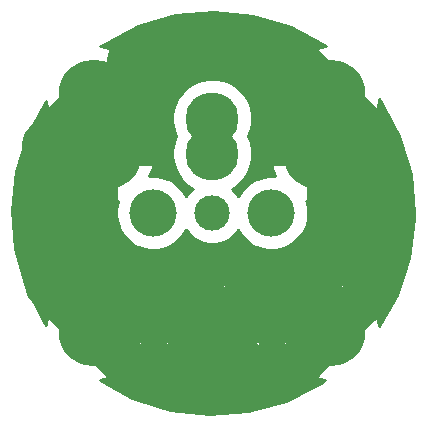
<source format=gbl>
G04 #@! TF.FileFunction,Copper,L2,Bot,Signal*
%FSLAX46Y46*%
G04 Gerber Fmt 4.6, Leading zero omitted, Abs format (unit mm)*
G04 Created by KiCad (PCBNEW 4.0.4-stable) date Thursday, 20 '20e' October '20e' 2016, 21:15:53*
%MOMM*%
%LPD*%
G01*
G04 APERTURE LIST*
%ADD10C,0.100000*%
%ADD11C,6.000000*%
%ADD12C,4.000000*%
%ADD13C,4.500000*%
%ADD14C,3.000000*%
%ADD15C,4.000000*%
%ADD16C,2.000000*%
%ADD17C,0.254000*%
G04 APERTURE END LIST*
D10*
D11*
X167224000Y-93568000D03*
X147224000Y-93568000D03*
X147224000Y-113568000D03*
X167224000Y-113568000D03*
D12*
X162224000Y-103568000D03*
X152224000Y-103568000D03*
D13*
X157224000Y-95568000D03*
X157224000Y-98568000D03*
D11*
X166224000Y-98568000D03*
X148224000Y-98568000D03*
X157224000Y-113568000D03*
D14*
X157224000Y-103568000D03*
D15*
X154224001Y-116749001D02*
X154224001Y-116567999D01*
X157224000Y-113568000D02*
X154224001Y-116567999D01*
X163792999Y-116567999D02*
X164224001Y-116567999D01*
X167224000Y-113568000D02*
X164224001Y-116567999D01*
X167224000Y-113568000D02*
X170285000Y-110507000D01*
X167224000Y-113568000D02*
X167027000Y-113568000D01*
X164224001Y-110568001D02*
X167224000Y-113568000D01*
X164224001Y-110568001D02*
X164224001Y-110370999D01*
X163224001Y-94870999D02*
X163224001Y-95568001D01*
X166224000Y-98568000D02*
X163224001Y-95568001D01*
X169223999Y-101567999D02*
X169223999Y-102998999D01*
X167224000Y-93568000D02*
X170466640Y-96810640D01*
X170466640Y-96810640D02*
X170466640Y-98568000D01*
X167224000Y-93568000D02*
X164224001Y-90568001D01*
X164224001Y-90568001D02*
X163043001Y-90568001D01*
X147224000Y-113568000D02*
X143285000Y-109629000D01*
X147224000Y-113568000D02*
X150223999Y-116567999D01*
X150223999Y-116567999D02*
X150527001Y-116567999D01*
X157224000Y-113568000D02*
X160223999Y-110568001D01*
X160223999Y-110568001D02*
X160526999Y-110568001D01*
X159285000Y-116810000D02*
X159285000Y-115629000D01*
X159285000Y-115629000D02*
X157224000Y-113568000D01*
X147224000Y-113568000D02*
X147527000Y-113568000D01*
X147527000Y-113568000D02*
X150526999Y-110568001D01*
X150526999Y-110568001D02*
X154224001Y-110568001D01*
X154224001Y-110568001D02*
X157224000Y-113568000D01*
X145224001Y-103499001D02*
X147224000Y-105499000D01*
X147224000Y-105499000D02*
X147224000Y-113568000D01*
X145224001Y-101567999D02*
X145224001Y-103499001D01*
X145224001Y-101749001D02*
X145224001Y-101567999D01*
X143035000Y-97757000D02*
X143846000Y-98568000D01*
X143846000Y-98568000D02*
X148224000Y-98568000D01*
X147224000Y-93568000D02*
X143035000Y-97757000D01*
X147224000Y-93568000D02*
X150224001Y-96567999D01*
X150224001Y-96567999D02*
X151223999Y-95568001D01*
X150223999Y-90568001D02*
X150793001Y-90568001D01*
D16*
X167224000Y-93568000D02*
X170223999Y-96567999D01*
X170223999Y-96567999D02*
X170223999Y-96748999D01*
X167224000Y-113568000D02*
X167224000Y-107371000D01*
X157224000Y-113568000D02*
X157224000Y-109325360D01*
X157224000Y-109325360D02*
X157285000Y-109264360D01*
X157224000Y-113568000D02*
X157224000Y-117810640D01*
X157224000Y-117810640D02*
X157285000Y-117871640D01*
X147224000Y-113568000D02*
X151466640Y-113568000D01*
X151466640Y-113568000D02*
X167224000Y-113568000D01*
X147224000Y-113568000D02*
X143535000Y-109879000D01*
X147224000Y-113568000D02*
X147224000Y-109325360D01*
X147224000Y-109325360D02*
X147285000Y-109264360D01*
X166224000Y-98568000D02*
X170466640Y-98568000D01*
X170466640Y-98568000D02*
X170474640Y-98560000D01*
X166224000Y-98568000D02*
X169223999Y-101567999D01*
X169223999Y-101567999D02*
X169292999Y-101567999D01*
X166224000Y-98568000D02*
X166224000Y-102810640D01*
X166224000Y-102810640D02*
X166535000Y-103121640D01*
X166224000Y-98568000D02*
X161981360Y-98568000D01*
X161981360Y-98568000D02*
X161973360Y-98560000D01*
X167224000Y-93568000D02*
X162981360Y-93568000D01*
X162981360Y-93568000D02*
X162973360Y-93560000D01*
X148224000Y-98568000D02*
X151223999Y-95568001D01*
X151223999Y-95568001D02*
X151276999Y-95568001D01*
X148224000Y-98568000D02*
X145224001Y-101567999D01*
X145224001Y-101567999D02*
X145027001Y-101567999D01*
X147224000Y-93568000D02*
X152027000Y-93568000D01*
X148224000Y-98568000D02*
X152466640Y-98568000D01*
X152466640Y-98568000D02*
X152474640Y-98560000D01*
X148224000Y-98568000D02*
X148224000Y-102810640D01*
X148224000Y-102810640D02*
X148035000Y-102999640D01*
X147224000Y-93568000D02*
X150223999Y-90568001D01*
X150223999Y-90568001D02*
X150223999Y-90371001D01*
D17*
G36*
X171486067Y-94124833D02*
X173048244Y-97062860D01*
X174010003Y-100248360D01*
X174334712Y-103560000D01*
X174328065Y-104036056D01*
X173911016Y-107337338D01*
X172860687Y-110494743D01*
X171349508Y-113154898D01*
X171193974Y-112369394D01*
X170885556Y-111621116D01*
X170437671Y-110946994D01*
X169867378Y-110372705D01*
X169196399Y-109920125D01*
X168450292Y-109606490D01*
X167657476Y-109443749D01*
X166848149Y-109438098D01*
X166053139Y-109589755D01*
X165302726Y-109892941D01*
X164625493Y-110336110D01*
X164047237Y-110902380D01*
X163589983Y-111570182D01*
X163271148Y-112314081D01*
X163102875Y-113105742D01*
X163091575Y-113915009D01*
X163237678Y-114711060D01*
X163535618Y-115463571D01*
X163974048Y-116143881D01*
X164536267Y-116726076D01*
X165200861Y-117187981D01*
X165942516Y-117512002D01*
X166732982Y-117685797D01*
X166765098Y-117686470D01*
X166420693Y-117955548D01*
X163450595Y-119455852D01*
X160245651Y-120350689D01*
X156927938Y-120605973D01*
X153623825Y-120211981D01*
X150459164Y-119183721D01*
X147745208Y-117666942D01*
X148339202Y-117562205D01*
X149093775Y-117269526D01*
X149777129Y-116835856D01*
X150363235Y-116277715D01*
X150829769Y-115616362D01*
X151158959Y-114876987D01*
X151338269Y-114087753D01*
X151340681Y-113915009D01*
X153091575Y-113915009D01*
X153237678Y-114711060D01*
X153535618Y-115463571D01*
X153974048Y-116143881D01*
X154536267Y-116726076D01*
X155200861Y-117187981D01*
X155942516Y-117512002D01*
X156732982Y-117685797D01*
X157542151Y-117702747D01*
X158339202Y-117562205D01*
X159093775Y-117269526D01*
X159777129Y-116835856D01*
X160363235Y-116277715D01*
X160829769Y-115616362D01*
X161158959Y-114876987D01*
X161338269Y-114087753D01*
X161351177Y-113163327D01*
X161193974Y-112369394D01*
X160885556Y-111621116D01*
X160437671Y-110946994D01*
X159867378Y-110372705D01*
X159196399Y-109920125D01*
X158450292Y-109606490D01*
X157657476Y-109443749D01*
X156848149Y-109438098D01*
X156053139Y-109589755D01*
X155302726Y-109892941D01*
X154625493Y-110336110D01*
X154047237Y-110902380D01*
X153589983Y-111570182D01*
X153271148Y-112314081D01*
X153102875Y-113105742D01*
X153091575Y-113915009D01*
X151340681Y-113915009D01*
X151351177Y-113163327D01*
X151193974Y-112369394D01*
X150885556Y-111621116D01*
X150437671Y-110946994D01*
X149867378Y-110372705D01*
X149196399Y-109920125D01*
X148450292Y-109606490D01*
X147657476Y-109443749D01*
X146848149Y-109438098D01*
X146053139Y-109589755D01*
X145302726Y-109892941D01*
X144625493Y-110336110D01*
X144047237Y-110902380D01*
X143589983Y-111570182D01*
X143271148Y-112314081D01*
X143123224Y-113010006D01*
X142953581Y-112795969D01*
X141432579Y-109836418D01*
X140515390Y-106637799D01*
X140236950Y-103321949D01*
X140607865Y-100015166D01*
X141614007Y-96843404D01*
X143124696Y-94095470D01*
X143237678Y-94711060D01*
X143535618Y-95463571D01*
X143974048Y-96143881D01*
X144527194Y-96716680D01*
X144271148Y-97314081D01*
X144102875Y-98105742D01*
X144091575Y-98915009D01*
X144237678Y-99711060D01*
X144535618Y-100463571D01*
X144974048Y-101143881D01*
X145536267Y-101726076D01*
X146200861Y-102187981D01*
X146942516Y-102512002D01*
X147732982Y-102685797D01*
X148542151Y-102702747D01*
X149245767Y-102578680D01*
X149228951Y-102617914D01*
X149101452Y-103217750D01*
X149092890Y-103830927D01*
X149203591Y-104434088D01*
X149429338Y-105004261D01*
X149761533Y-105519727D01*
X150187523Y-105960852D01*
X150691082Y-106310835D01*
X151253028Y-106556343D01*
X151851959Y-106688027D01*
X152465061Y-106700869D01*
X153068981Y-106594382D01*
X153640716Y-106372621D01*
X154158488Y-106044032D01*
X154602577Y-105621132D01*
X154956066Y-105120030D01*
X155014388Y-104989036D01*
X155155276Y-105207651D01*
X155513151Y-105578241D01*
X155936191Y-105872262D01*
X156408284Y-106078514D01*
X156911448Y-106189142D01*
X157426516Y-106199931D01*
X157933871Y-106110471D01*
X158414186Y-105924169D01*
X158849168Y-105648121D01*
X159222248Y-105292842D01*
X159428073Y-105001066D01*
X159429338Y-105004261D01*
X159761533Y-105519727D01*
X160187523Y-105960852D01*
X160691082Y-106310835D01*
X161253028Y-106556343D01*
X161851959Y-106688027D01*
X162465061Y-106700869D01*
X163068981Y-106594382D01*
X163640716Y-106372621D01*
X164158488Y-106044032D01*
X164602577Y-105621132D01*
X164956066Y-105120030D01*
X165205492Y-104559810D01*
X165341353Y-103961813D01*
X165351134Y-103261382D01*
X165232022Y-102659825D01*
X165193872Y-102567266D01*
X165732982Y-102685797D01*
X166542151Y-102702747D01*
X167339202Y-102562205D01*
X168093775Y-102269526D01*
X168777129Y-101835856D01*
X169363235Y-101277715D01*
X169829769Y-100616362D01*
X170158959Y-99876987D01*
X170338269Y-99087753D01*
X170351177Y-98163327D01*
X170193974Y-97369394D01*
X169918555Y-96701178D01*
X170363235Y-96277715D01*
X170829769Y-95616362D01*
X171158959Y-94876987D01*
X171338269Y-94087753D01*
X171340248Y-93946041D01*
X171486067Y-94124833D01*
X171486067Y-94124833D01*
G37*
X171486067Y-94124833D02*
X173048244Y-97062860D01*
X174010003Y-100248360D01*
X174334712Y-103560000D01*
X174328065Y-104036056D01*
X173911016Y-107337338D01*
X172860687Y-110494743D01*
X171349508Y-113154898D01*
X171193974Y-112369394D01*
X170885556Y-111621116D01*
X170437671Y-110946994D01*
X169867378Y-110372705D01*
X169196399Y-109920125D01*
X168450292Y-109606490D01*
X167657476Y-109443749D01*
X166848149Y-109438098D01*
X166053139Y-109589755D01*
X165302726Y-109892941D01*
X164625493Y-110336110D01*
X164047237Y-110902380D01*
X163589983Y-111570182D01*
X163271148Y-112314081D01*
X163102875Y-113105742D01*
X163091575Y-113915009D01*
X163237678Y-114711060D01*
X163535618Y-115463571D01*
X163974048Y-116143881D01*
X164536267Y-116726076D01*
X165200861Y-117187981D01*
X165942516Y-117512002D01*
X166732982Y-117685797D01*
X166765098Y-117686470D01*
X166420693Y-117955548D01*
X163450595Y-119455852D01*
X160245651Y-120350689D01*
X156927938Y-120605973D01*
X153623825Y-120211981D01*
X150459164Y-119183721D01*
X147745208Y-117666942D01*
X148339202Y-117562205D01*
X149093775Y-117269526D01*
X149777129Y-116835856D01*
X150363235Y-116277715D01*
X150829769Y-115616362D01*
X151158959Y-114876987D01*
X151338269Y-114087753D01*
X151340681Y-113915009D01*
X153091575Y-113915009D01*
X153237678Y-114711060D01*
X153535618Y-115463571D01*
X153974048Y-116143881D01*
X154536267Y-116726076D01*
X155200861Y-117187981D01*
X155942516Y-117512002D01*
X156732982Y-117685797D01*
X157542151Y-117702747D01*
X158339202Y-117562205D01*
X159093775Y-117269526D01*
X159777129Y-116835856D01*
X160363235Y-116277715D01*
X160829769Y-115616362D01*
X161158959Y-114876987D01*
X161338269Y-114087753D01*
X161351177Y-113163327D01*
X161193974Y-112369394D01*
X160885556Y-111621116D01*
X160437671Y-110946994D01*
X159867378Y-110372705D01*
X159196399Y-109920125D01*
X158450292Y-109606490D01*
X157657476Y-109443749D01*
X156848149Y-109438098D01*
X156053139Y-109589755D01*
X155302726Y-109892941D01*
X154625493Y-110336110D01*
X154047237Y-110902380D01*
X153589983Y-111570182D01*
X153271148Y-112314081D01*
X153102875Y-113105742D01*
X153091575Y-113915009D01*
X151340681Y-113915009D01*
X151351177Y-113163327D01*
X151193974Y-112369394D01*
X150885556Y-111621116D01*
X150437671Y-110946994D01*
X149867378Y-110372705D01*
X149196399Y-109920125D01*
X148450292Y-109606490D01*
X147657476Y-109443749D01*
X146848149Y-109438098D01*
X146053139Y-109589755D01*
X145302726Y-109892941D01*
X144625493Y-110336110D01*
X144047237Y-110902380D01*
X143589983Y-111570182D01*
X143271148Y-112314081D01*
X143123224Y-113010006D01*
X142953581Y-112795969D01*
X141432579Y-109836418D01*
X140515390Y-106637799D01*
X140236950Y-103321949D01*
X140607865Y-100015166D01*
X141614007Y-96843404D01*
X143124696Y-94095470D01*
X143237678Y-94711060D01*
X143535618Y-95463571D01*
X143974048Y-96143881D01*
X144527194Y-96716680D01*
X144271148Y-97314081D01*
X144102875Y-98105742D01*
X144091575Y-98915009D01*
X144237678Y-99711060D01*
X144535618Y-100463571D01*
X144974048Y-101143881D01*
X145536267Y-101726076D01*
X146200861Y-102187981D01*
X146942516Y-102512002D01*
X147732982Y-102685797D01*
X148542151Y-102702747D01*
X149245767Y-102578680D01*
X149228951Y-102617914D01*
X149101452Y-103217750D01*
X149092890Y-103830927D01*
X149203591Y-104434088D01*
X149429338Y-105004261D01*
X149761533Y-105519727D01*
X150187523Y-105960852D01*
X150691082Y-106310835D01*
X151253028Y-106556343D01*
X151851959Y-106688027D01*
X152465061Y-106700869D01*
X153068981Y-106594382D01*
X153640716Y-106372621D01*
X154158488Y-106044032D01*
X154602577Y-105621132D01*
X154956066Y-105120030D01*
X155014388Y-104989036D01*
X155155276Y-105207651D01*
X155513151Y-105578241D01*
X155936191Y-105872262D01*
X156408284Y-106078514D01*
X156911448Y-106189142D01*
X157426516Y-106199931D01*
X157933871Y-106110471D01*
X158414186Y-105924169D01*
X158849168Y-105648121D01*
X159222248Y-105292842D01*
X159428073Y-105001066D01*
X159429338Y-105004261D01*
X159761533Y-105519727D01*
X160187523Y-105960852D01*
X160691082Y-106310835D01*
X161253028Y-106556343D01*
X161851959Y-106688027D01*
X162465061Y-106700869D01*
X163068981Y-106594382D01*
X163640716Y-106372621D01*
X164158488Y-106044032D01*
X164602577Y-105621132D01*
X164956066Y-105120030D01*
X165205492Y-104559810D01*
X165341353Y-103961813D01*
X165351134Y-103261382D01*
X165232022Y-102659825D01*
X165193872Y-102567266D01*
X165732982Y-102685797D01*
X166542151Y-102702747D01*
X167339202Y-102562205D01*
X168093775Y-102269526D01*
X168777129Y-101835856D01*
X169363235Y-101277715D01*
X169829769Y-100616362D01*
X170158959Y-99876987D01*
X170338269Y-99087753D01*
X170351177Y-98163327D01*
X170193974Y-97369394D01*
X169918555Y-96701178D01*
X170363235Y-96277715D01*
X170829769Y-95616362D01*
X171158959Y-94876987D01*
X171338269Y-94087753D01*
X171340248Y-93946041D01*
X171486067Y-94124833D01*
G36*
X160713321Y-86858524D02*
X163892029Y-87842499D01*
X166819078Y-89425148D01*
X166837246Y-89440178D01*
X166053139Y-89589755D01*
X165302726Y-89892941D01*
X164625493Y-90336110D01*
X164047237Y-90902380D01*
X163589983Y-91570182D01*
X163271148Y-92314081D01*
X163102875Y-93105742D01*
X163091575Y-93915009D01*
X163237678Y-94711060D01*
X163524363Y-95435144D01*
X163047237Y-95902380D01*
X162589983Y-96570182D01*
X162271148Y-97314081D01*
X162102875Y-98105742D01*
X162091575Y-98915009D01*
X162237678Y-99711060D01*
X162527437Y-100442908D01*
X161939221Y-100438802D01*
X161336846Y-100553711D01*
X160768264Y-100783433D01*
X160255129Y-101119219D01*
X159816989Y-101548278D01*
X159470530Y-102054267D01*
X159432039Y-102144073D01*
X159269629Y-101899625D01*
X158906615Y-101534068D01*
X158880578Y-101516506D01*
X159313149Y-101241988D01*
X159792742Y-100785278D01*
X160174492Y-100244113D01*
X160443859Y-99639105D01*
X160590583Y-98993298D01*
X160601145Y-98236868D01*
X160472511Y-97587217D01*
X160255812Y-97061466D01*
X160443859Y-96639105D01*
X160590583Y-95993298D01*
X160601145Y-95236868D01*
X160472511Y-94587217D01*
X160220141Y-93974923D01*
X159853650Y-93423310D01*
X159386996Y-92953387D01*
X158837955Y-92583053D01*
X158227438Y-92326416D01*
X157578701Y-92193249D01*
X156916453Y-92188626D01*
X156265919Y-92312722D01*
X155651879Y-92560810D01*
X155097720Y-92923441D01*
X154624551Y-93386803D01*
X154250393Y-93933246D01*
X153989500Y-94541956D01*
X153851808Y-95189748D01*
X153842561Y-95851947D01*
X153962112Y-96503331D01*
X154189021Y-97076438D01*
X153989500Y-97541956D01*
X153851808Y-98189748D01*
X153842561Y-98851947D01*
X153962112Y-99503331D01*
X154205908Y-100119089D01*
X154564662Y-100675766D01*
X155024709Y-101152158D01*
X155557801Y-101522667D01*
X155201864Y-101871226D01*
X155017791Y-102140059D01*
X154998336Y-102092859D01*
X154658976Y-101582082D01*
X154226869Y-101146947D01*
X153718473Y-100804030D01*
X153153153Y-100566391D01*
X152552442Y-100443083D01*
X151939221Y-100438802D01*
X151906002Y-100445139D01*
X152158959Y-99876987D01*
X152338269Y-99087753D01*
X152351177Y-98163327D01*
X152193974Y-97369394D01*
X151885556Y-96621116D01*
X151437671Y-95946994D01*
X150916312Y-95421982D01*
X151158959Y-94876987D01*
X151338269Y-94087753D01*
X151351177Y-93163327D01*
X151193974Y-92369394D01*
X150885556Y-91621116D01*
X150437671Y-90946994D01*
X149867378Y-90372705D01*
X149196399Y-89920125D01*
X148450292Y-89606490D01*
X147740917Y-89460877D01*
X147949205Y-89293409D01*
X150898065Y-87751782D01*
X154090203Y-86812285D01*
X157404028Y-86510703D01*
X160713321Y-86858524D01*
X160713321Y-86858524D01*
G37*
X160713321Y-86858524D02*
X163892029Y-87842499D01*
X166819078Y-89425148D01*
X166837246Y-89440178D01*
X166053139Y-89589755D01*
X165302726Y-89892941D01*
X164625493Y-90336110D01*
X164047237Y-90902380D01*
X163589983Y-91570182D01*
X163271148Y-92314081D01*
X163102875Y-93105742D01*
X163091575Y-93915009D01*
X163237678Y-94711060D01*
X163524363Y-95435144D01*
X163047237Y-95902380D01*
X162589983Y-96570182D01*
X162271148Y-97314081D01*
X162102875Y-98105742D01*
X162091575Y-98915009D01*
X162237678Y-99711060D01*
X162527437Y-100442908D01*
X161939221Y-100438802D01*
X161336846Y-100553711D01*
X160768264Y-100783433D01*
X160255129Y-101119219D01*
X159816989Y-101548278D01*
X159470530Y-102054267D01*
X159432039Y-102144073D01*
X159269629Y-101899625D01*
X158906615Y-101534068D01*
X158880578Y-101516506D01*
X159313149Y-101241988D01*
X159792742Y-100785278D01*
X160174492Y-100244113D01*
X160443859Y-99639105D01*
X160590583Y-98993298D01*
X160601145Y-98236868D01*
X160472511Y-97587217D01*
X160255812Y-97061466D01*
X160443859Y-96639105D01*
X160590583Y-95993298D01*
X160601145Y-95236868D01*
X160472511Y-94587217D01*
X160220141Y-93974923D01*
X159853650Y-93423310D01*
X159386996Y-92953387D01*
X158837955Y-92583053D01*
X158227438Y-92326416D01*
X157578701Y-92193249D01*
X156916453Y-92188626D01*
X156265919Y-92312722D01*
X155651879Y-92560810D01*
X155097720Y-92923441D01*
X154624551Y-93386803D01*
X154250393Y-93933246D01*
X153989500Y-94541956D01*
X153851808Y-95189748D01*
X153842561Y-95851947D01*
X153962112Y-96503331D01*
X154189021Y-97076438D01*
X153989500Y-97541956D01*
X153851808Y-98189748D01*
X153842561Y-98851947D01*
X153962112Y-99503331D01*
X154205908Y-100119089D01*
X154564662Y-100675766D01*
X155024709Y-101152158D01*
X155557801Y-101522667D01*
X155201864Y-101871226D01*
X155017791Y-102140059D01*
X154998336Y-102092859D01*
X154658976Y-101582082D01*
X154226869Y-101146947D01*
X153718473Y-100804030D01*
X153153153Y-100566391D01*
X152552442Y-100443083D01*
X151939221Y-100438802D01*
X151906002Y-100445139D01*
X152158959Y-99876987D01*
X152338269Y-99087753D01*
X152351177Y-98163327D01*
X152193974Y-97369394D01*
X151885556Y-96621116D01*
X151437671Y-95946994D01*
X150916312Y-95421982D01*
X151158959Y-94876987D01*
X151338269Y-94087753D01*
X151351177Y-93163327D01*
X151193974Y-92369394D01*
X150885556Y-91621116D01*
X150437671Y-90946994D01*
X149867378Y-90372705D01*
X149196399Y-89920125D01*
X148450292Y-89606490D01*
X147740917Y-89460877D01*
X147949205Y-89293409D01*
X150898065Y-87751782D01*
X154090203Y-86812285D01*
X157404028Y-86510703D01*
X160713321Y-86858524D01*
M02*

</source>
